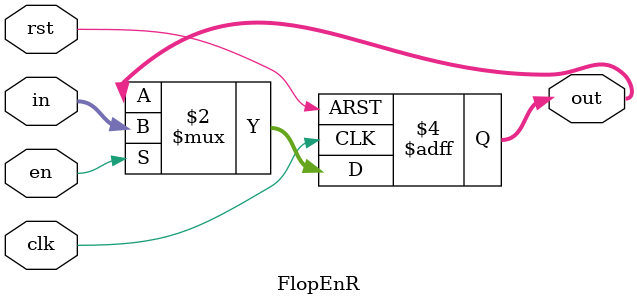
<source format=v>
`timescale 1ns / 1ps


module FlopEnR #(parameter WIDTH = 32)(
    input wire clk,
    input wire en,
    input wire rst,
    input wire [WIDTH-1:0] in,
    output reg [WIDTH-1:0] out
    );

    always @(posedge clk, posedge rst) begin
        if (rst) begin
            out <= {WIDTH{1'b0}};
        end else if (en) begin
            out <= in;
        end
    end

endmodule

</source>
